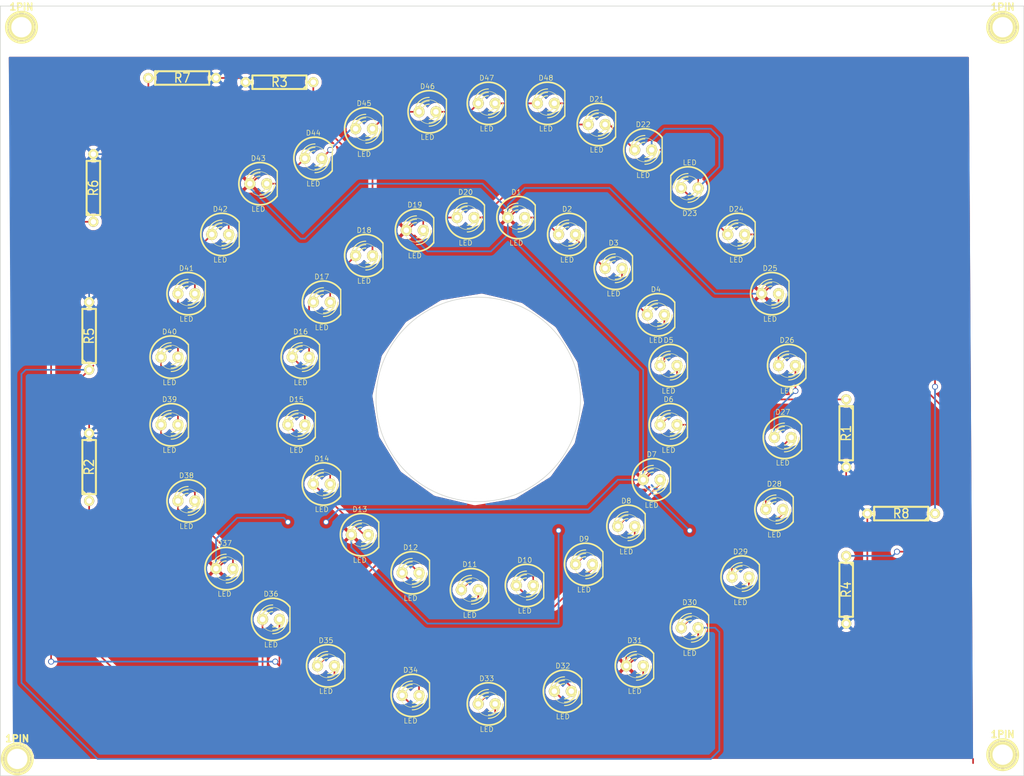
<source format=kicad_pcb>
(kicad_pcb (version 3) (host pcbnew "(2013-07-07 BZR 4022)-stable")
  (layers (15 F.Cu signal) (0 B.Cu signal) (18 B.Paste user hide) (19 F.Paste user hide) (20 B.SilkS user hide) (21 F.SilkS user) (22 B.Mask user hide) (23 F.Mask user hide) (28 Edge.Cuts user))
  (net 0 "")
  (net 1 GND)
  (net 2 N-000001)
  (net 3 N-0000010)
  (net 4 N-0000011)
  (net 5 N-0000012)
  (net 6 N-0000013)
  (net 7 N-0000014)
  (net 8 N-0000015)
  (net 9 N-0000016)
  (net 10 N-0000017)
  (net 11 N-0000018)
  (net 12 N-0000019)
  (net 13 N-000002)
  (net 14 N-0000020)
  (net 15 N-0000021)
  (net 16 N-0000023)
  (net 17 N-0000024)
  (net 18 N-0000026)
  (net 19 N-0000027)
  (net 20 N-0000028)
  (net 21 N-0000029)
  (net 22 N-000003)
  (net 23 N-0000030)
  (net 24 N-0000031)
  (net 25 N-0000032)
  (net 26 N-0000033)
  (net 27 N-0000034)
  (net 28 N-0000035)
  (net 29 N-0000036)
  (net 30 N-0000037)
  (net 31 N-0000038)
  (net 32 N-0000039)
  (net 33 N-000004)
  (net 34 N-0000040)
  (net 35 N-0000041)
  (net 36 N-0000042)
  (net 37 N-0000043)
  (net 38 N-0000044)
  (net 39 N-0000045)
  (net 40 N-0000046)
  (net 41 N-0000047)
  (net 42 N-0000048)
  (net 43 N-0000049)
  (net 44 N-000005)
  (net 45 N-0000050)
  (net 46 N-000006)
  (net 47 N-000007)
  (net 48 N-000008)
  (net 49 N-000009)
  (net 50 VCC)
  (module 1pin (layer F.Cu) (at 135.255 222.25)
    (fp_text reference 1PIN (at 0 -3.048) (layer F.SilkS) (effects (font (size 1.016 1.016) (thickness 0.254))))
    (fp_text value P*** hide)
    (pad 1 thru_hole circle (at 0 0) (size 4.064 4.064) (drill 3.048) (layers *.Cu *.Mask F.SilkS))
  )
  (module R4 (layer F.Cu) (at 267.97 185.42 180)
    (fp_text reference R8 (at 0 0 180) (layer F.SilkS) (effects (font (size 1.397 1.27) (thickness 0.2032))))
    (fp_text value 27 hide)
    (pad 1 thru_hole circle (at -5.08 0 180) (size 1.524 1.524) (drill 0.8128) (layers *.Cu *.Mask F.SilkS) (net 16 N-0000023))
    (pad 2 thru_hole circle (at 5.08 0 180) (size 1.524 1.524) (drill 0.8128) (layers *.Cu *.Mask F.SilkS) (net 1 GND))
  )
  (module R4 (layer F.Cu) (at 160.02 120.015)
    (fp_text reference R7 (at 0 0) (layer F.SilkS) (effects (font (size 1.397 1.27) (thickness 0.2032))))
    (fp_text value 27 hide)
    (pad 1 thru_hole circle (at -5.08 0) (size 1.524 1.524) (drill 0.8128) (layers *.Cu *.Mask F.SilkS) (net 15 N-0000021))
    (pad 2 thru_hole circle (at 5.08 0) (size 1.524 1.524) (drill 0.8128) (layers *.Cu *.Mask F.SilkS) (net 1 GND))
  )
  (module R4 (layer F.Cu) (at 146.685 136.525 90)
    (fp_text reference R6 (at 0 0 90) (layer F.SilkS) (effects (font (size 1.397 1.27) (thickness 0.2032))))
    (fp_text value 27 hide)
    (pad 1 thru_hole circle (at -5.08 0 90) (size 1.524 1.524) (drill 0.8128) (layers *.Cu *.Mask F.SilkS) (net 14 N-0000020))
    (pad 2 thru_hole circle (at 5.08 0 90) (size 1.524 1.524) (drill 0.8128) (layers *.Cu *.Mask F.SilkS) (net 1 GND))
  )
  (module R4 (layer F.Cu) (at 146.05 158.75 90)
    (fp_text reference R5 (at 0 0 90) (layer F.SilkS) (effects (font (size 1.397 1.27) (thickness 0.2032))))
    (fp_text value 27 hide)
    (pad 1 thru_hole circle (at -5.08 0 90) (size 1.524 1.524) (drill 0.8128) (layers *.Cu *.Mask F.SilkS) (net 12 N-0000019))
    (pad 2 thru_hole circle (at 5.08 0 90) (size 1.524 1.524) (drill 0.8128) (layers *.Cu *.Mask F.SilkS) (net 1 GND))
  )
  (module R4 (layer F.Cu) (at 259.715 196.85 270)
    (fp_text reference R4 (at 0 0 270) (layer F.SilkS) (effects (font (size 1.397 1.27) (thickness 0.2032))))
    (fp_text value 27 hide)
    (pad 1 thru_hole circle (at -5.08 0 270) (size 1.524 1.524) (drill 0.8128) (layers *.Cu *.Mask F.SilkS) (net 11 N-0000018))
    (pad 2 thru_hole circle (at 5.08 0 270) (size 1.524 1.524) (drill 0.8128) (layers *.Cu *.Mask F.SilkS) (net 1 GND))
  )
  (module R4 (layer F.Cu) (at 174.625 120.65 180)
    (fp_text reference R3 (at 0 0 180) (layer F.SilkS) (effects (font (size 1.397 1.27) (thickness 0.2032))))
    (fp_text value 27 hide)
    (pad 1 thru_hole circle (at -5.08 0 180) (size 1.524 1.524) (drill 0.8128) (layers *.Cu *.Mask F.SilkS) (net 10 N-0000017))
    (pad 2 thru_hole circle (at 5.08 0 180) (size 1.524 1.524) (drill 0.8128) (layers *.Cu *.Mask F.SilkS) (net 1 GND))
  )
  (module R4 (layer F.Cu) (at 146.05 178.435 90)
    (fp_text reference R2 (at 0 0 90) (layer F.SilkS) (effects (font (size 1.397 1.27) (thickness 0.2032))))
    (fp_text value 27 hide)
    (pad 1 thru_hole circle (at -5.08 0 90) (size 1.524 1.524) (drill 0.8128) (layers *.Cu *.Mask F.SilkS) (net 18 N-0000026))
    (pad 2 thru_hole circle (at 5.08 0 90) (size 1.524 1.524) (drill 0.8128) (layers *.Cu *.Mask F.SilkS) (net 1 GND))
  )
  (module R4 (layer F.Cu) (at 259.715 173.355 270)
    (fp_text reference R1 (at 0 0 270) (layer F.SilkS) (effects (font (size 1.397 1.27) (thickness 0.2032))))
    (fp_text value 27 hide)
    (pad 1 thru_hole circle (at -5.08 0 270) (size 1.524 1.524) (drill 0.8128) (layers *.Cu *.Mask F.SilkS) (net 19 N-0000027))
    (pad 2 thru_hole circle (at 5.08 0 270) (size 1.524 1.524) (drill 0.8128) (layers *.Cu *.Mask F.SilkS) (net 1 GND))
  )
  (module LED-5MM (layer F.Cu) (at 236.22 202.565)
    (fp_text reference D30 (at 0 -3.81) (layer F.SilkS) (effects (font (size 0.762 0.762) (thickness 0.0889))))
    (fp_text value LED (at 0 3.81) (layer F.SilkS) (effects (font (size 0.762 0.762) (thickness 0.0889))))
    (pad 1 thru_hole circle (at -1.27 0) (size 1.6764 1.6764) (drill 0.8128) (layers *.Cu *.Mask F.SilkS) (net 32 N-0000039))
    (pad 2 thru_hole circle (at 1.27 0) (size 1.6764 1.6764) (drill 0.8128) (layers *.Cu *.Mask F.SilkS) (net 12 N-0000019))
  )
  (module LED-5MM (layer F.Cu) (at 158.115 172.085)
    (fp_text reference D39 (at 0 -3.81) (layer F.SilkS) (effects (font (size 0.762 0.762) (thickness 0.0889))))
    (fp_text value LED (at 0 3.81) (layer F.SilkS) (effects (font (size 0.762 0.762) (thickness 0.0889))))
    (pad 1 thru_hole circle (at -1.27 0) (size 1.6764 1.6764) (drill 0.8128) (layers *.Cu *.Mask F.SilkS) (net 36 N-0000042))
    (pad 2 thru_hole circle (at 1.27 0) (size 1.6764 1.6764) (drill 0.8128) (layers *.Cu *.Mask F.SilkS) (net 37 N-0000043))
  )
  (module LED-5MM (layer F.Cu) (at 205.74 213.995)
    (fp_text reference D33 (at 0 -3.81) (layer F.SilkS) (effects (font (size 0.762 0.762) (thickness 0.0889))))
    (fp_text value LED (at 0 3.81) (layer F.SilkS) (effects (font (size 0.762 0.762) (thickness 0.0889))))
    (pad 1 thru_hole circle (at -1.27 0) (size 1.6764 1.6764) (drill 0.8128) (layers *.Cu *.Mask F.SilkS) (net 20 N-0000028))
    (pad 2 thru_hole circle (at 1.27 0) (size 1.6764 1.6764) (drill 0.8128) (layers *.Cu *.Mask F.SilkS) (net 34 N-0000040))
  )
  (module LED-5MM (layer F.Cu) (at 179.705 132.08)
    (fp_text reference D44 (at 0 -3.81) (layer F.SilkS) (effects (font (size 0.762 0.762) (thickness 0.0889))))
    (fp_text value LED (at 0 3.81) (layer F.SilkS) (effects (font (size 0.762 0.762) (thickness 0.0889))))
    (pad 1 thru_hole circle (at -1.27 0) (size 1.6764 1.6764) (drill 0.8128) (layers *.Cu *.Mask F.SilkS) (net 48 N-000008))
    (pad 2 thru_hole circle (at 1.27 0) (size 1.6764 1.6764) (drill 0.8128) (layers *.Cu *.Mask F.SilkS) (net 38 N-0000044))
  )
  (module LED-5MM (layer F.Cu) (at 160.655 183.515)
    (fp_text reference D38 (at 0 -3.81) (layer F.SilkS) (effects (font (size 0.762 0.762) (thickness 0.0889))))
    (fp_text value LED (at 0 3.81) (layer F.SilkS) (effects (font (size 0.762 0.762) (thickness 0.0889))))
    (pad 1 thru_hole circle (at -1.27 0) (size 1.6764 1.6764) (drill 0.8128) (layers *.Cu *.Mask F.SilkS) (net 47 N-000007))
    (pad 2 thru_hole circle (at 1.27 0) (size 1.6764 1.6764) (drill 0.8128) (layers *.Cu *.Mask F.SilkS) (net 36 N-0000042))
  )
  (module LED-5MM (layer F.Cu) (at 217.17 212.09)
    (fp_text reference D32 (at 0 -3.81) (layer F.SilkS) (effects (font (size 0.762 0.762) (thickness 0.0889))))
    (fp_text value LED (at 0 3.81) (layer F.SilkS) (effects (font (size 0.762 0.762) (thickness 0.0889))))
    (pad 1 thru_hole circle (at -1.27 0) (size 1.6764 1.6764) (drill 0.8128) (layers *.Cu *.Mask F.SilkS) (net 46 N-000006))
    (pad 2 thru_hole circle (at 1.27 0) (size 1.6764 1.6764) (drill 0.8128) (layers *.Cu *.Mask F.SilkS) (net 20 N-0000028))
  )
  (module LED-5MM (layer F.Cu) (at 171.45 135.89)
    (fp_text reference D43 (at 0 -3.81) (layer F.SilkS) (effects (font (size 0.762 0.762) (thickness 0.0889))))
    (fp_text value LED (at 0 3.81) (layer F.SilkS) (effects (font (size 0.762 0.762) (thickness 0.0889))))
    (pad 1 thru_hole circle (at -1.27 0) (size 1.6764 1.6764) (drill 0.8128) (layers *.Cu *.Mask F.SilkS) (net 50 VCC))
    (pad 2 thru_hole circle (at 1.27 0) (size 1.6764 1.6764) (drill 0.8128) (layers *.Cu *.Mask F.SilkS) (net 48 N-000008))
  )
  (module LED-5MM (layer F.Cu) (at 166.37 193.675)
    (fp_text reference D37 (at 0 -3.81) (layer F.SilkS) (effects (font (size 0.762 0.762) (thickness 0.0889))))
    (fp_text value LED (at 0 3.81) (layer F.SilkS) (effects (font (size 0.762 0.762) (thickness 0.0889))))
    (pad 1 thru_hole circle (at -1.27 0) (size 1.6764 1.6764) (drill 0.8128) (layers *.Cu *.Mask F.SilkS) (net 50 VCC))
    (pad 2 thru_hole circle (at 1.27 0) (size 1.6764 1.6764) (drill 0.8128) (layers *.Cu *.Mask F.SilkS) (net 47 N-000007))
  )
  (module LED-5MM (layer F.Cu) (at 227.965 208.28)
    (fp_text reference D31 (at 0 -3.81) (layer F.SilkS) (effects (font (size 0.762 0.762) (thickness 0.0889))))
    (fp_text value LED (at 0 3.81) (layer F.SilkS) (effects (font (size 0.762 0.762) (thickness 0.0889))))
    (pad 1 thru_hole circle (at -1.27 0) (size 1.6764 1.6764) (drill 0.8128) (layers *.Cu *.Mask F.SilkS) (net 50 VCC))
    (pad 2 thru_hole circle (at 1.27 0) (size 1.6764 1.6764) (drill 0.8128) (layers *.Cu *.Mask F.SilkS) (net 46 N-000006))
  )
  (module LED-5MM (layer F.Cu) (at 205.74 123.825)
    (fp_text reference D47 (at 0 -3.81) (layer F.SilkS) (effects (font (size 0.762 0.762) (thickness 0.0889))))
    (fp_text value LED (at 0 3.81) (layer F.SilkS) (effects (font (size 0.762 0.762) (thickness 0.0889))))
    (pad 1 thru_hole circle (at -1.27 0) (size 1.6764 1.6764) (drill 0.8128) (layers *.Cu *.Mask F.SilkS) (net 40 N-0000046))
    (pad 2 thru_hole circle (at 1.27 0) (size 1.6764 1.6764) (drill 0.8128) (layers *.Cu *.Mask F.SilkS) (net 45 N-0000050))
  )
  (module LED-5MM (layer F.Cu) (at 187.325 127.635)
    (fp_text reference D45 (at 0 -3.81) (layer F.SilkS) (effects (font (size 0.762 0.762) (thickness 0.0889))))
    (fp_text value LED (at 0 3.81) (layer F.SilkS) (effects (font (size 0.762 0.762) (thickness 0.0889))))
    (pad 1 thru_hole circle (at -1.27 0) (size 1.6764 1.6764) (drill 0.8128) (layers *.Cu *.Mask F.SilkS) (net 38 N-0000044))
    (pad 2 thru_hole circle (at 1.27 0) (size 1.6764 1.6764) (drill 0.8128) (layers *.Cu *.Mask F.SilkS) (net 39 N-0000045))
  )
  (module LED-5MM (layer F.Cu) (at 194.31 212.725)
    (fp_text reference D34 (at 0 -3.81) (layer F.SilkS) (effects (font (size 0.762 0.762) (thickness 0.0889))))
    (fp_text value LED (at 0 3.81) (layer F.SilkS) (effects (font (size 0.762 0.762) (thickness 0.0889))))
    (pad 1 thru_hole circle (at -1.27 0) (size 1.6764 1.6764) (drill 0.8128) (layers *.Cu *.Mask F.SilkS) (net 34 N-0000040))
    (pad 2 thru_hole circle (at 1.27 0) (size 1.6764 1.6764) (drill 0.8128) (layers *.Cu *.Mask F.SilkS) (net 35 N-0000041))
  )
  (module LED-5MM (layer F.Cu) (at 158.115 161.925)
    (fp_text reference D40 (at 0 -3.81) (layer F.SilkS) (effects (font (size 0.762 0.762) (thickness 0.0889))))
    (fp_text value LED (at 0 3.81) (layer F.SilkS) (effects (font (size 0.762 0.762) (thickness 0.0889))))
    (pad 1 thru_hole circle (at -1.27 0) (size 1.6764 1.6764) (drill 0.8128) (layers *.Cu *.Mask F.SilkS) (net 37 N-0000043))
    (pad 2 thru_hole circle (at 1.27 0) (size 1.6764 1.6764) (drill 0.8128) (layers *.Cu *.Mask F.SilkS) (net 41 N-0000047))
  )
  (module LED-5MM (layer F.Cu) (at 196.85 125.095)
    (fp_text reference D46 (at 0 -3.81) (layer F.SilkS) (effects (font (size 0.762 0.762) (thickness 0.0889))))
    (fp_text value LED (at 0 3.81) (layer F.SilkS) (effects (font (size 0.762 0.762) (thickness 0.0889))))
    (pad 1 thru_hole circle (at -1.27 0) (size 1.6764 1.6764) (drill 0.8128) (layers *.Cu *.Mask F.SilkS) (net 39 N-0000045))
    (pad 2 thru_hole circle (at 1.27 0) (size 1.6764 1.6764) (drill 0.8128) (layers *.Cu *.Mask F.SilkS) (net 40 N-0000046))
  )
  (module LED-5MM (layer F.Cu) (at 243.84 194.945)
    (fp_text reference D29 (at 0 -3.81) (layer F.SilkS) (effects (font (size 0.762 0.762) (thickness 0.0889))))
    (fp_text value LED (at 0 3.81) (layer F.SilkS) (effects (font (size 0.762 0.762) (thickness 0.0889))))
    (pad 1 thru_hole circle (at -1.27 0) (size 1.6764 1.6764) (drill 0.8128) (layers *.Cu *.Mask F.SilkS) (net 31 N-0000038))
    (pad 2 thru_hole circle (at 1.27 0) (size 1.6764 1.6764) (drill 0.8128) (layers *.Cu *.Mask F.SilkS) (net 32 N-0000039))
  )
  (module LED-5MM (layer F.Cu) (at 160.655 152.4)
    (fp_text reference D41 (at 0 -3.81) (layer F.SilkS) (effects (font (size 0.762 0.762) (thickness 0.0889))))
    (fp_text value LED (at 0 3.81) (layer F.SilkS) (effects (font (size 0.762 0.762) (thickness 0.0889))))
    (pad 1 thru_hole circle (at -1.27 0) (size 1.6764 1.6764) (drill 0.8128) (layers *.Cu *.Mask F.SilkS) (net 41 N-0000047))
    (pad 2 thru_hole circle (at 1.27 0) (size 1.6764 1.6764) (drill 0.8128) (layers *.Cu *.Mask F.SilkS) (net 43 N-0000049))
  )
  (module LED-5MM (layer F.Cu) (at 181.61 208.28)
    (fp_text reference D35 (at 0 -3.81) (layer F.SilkS) (effects (font (size 0.762 0.762) (thickness 0.0889))))
    (fp_text value LED (at 0 3.81) (layer F.SilkS) (effects (font (size 0.762 0.762) (thickness 0.0889))))
    (pad 1 thru_hole circle (at -1.27 0) (size 1.6764 1.6764) (drill 0.8128) (layers *.Cu *.Mask F.SilkS) (net 35 N-0000041))
    (pad 2 thru_hole circle (at 1.27 0) (size 1.6764 1.6764) (drill 0.8128) (layers *.Cu *.Mask F.SilkS) (net 42 N-0000048))
  )
  (module LED-5MM (layer F.Cu) (at 173.355 201.295)
    (fp_text reference D36 (at 0 -3.81) (layer F.SilkS) (effects (font (size 0.762 0.762) (thickness 0.0889))))
    (fp_text value LED (at 0 3.81) (layer F.SilkS) (effects (font (size 0.762 0.762) (thickness 0.0889))))
    (pad 1 thru_hole circle (at -1.27 0) (size 1.6764 1.6764) (drill 0.8128) (layers *.Cu *.Mask F.SilkS) (net 42 N-0000048))
    (pad 2 thru_hole circle (at 1.27 0) (size 1.6764 1.6764) (drill 0.8128) (layers *.Cu *.Mask F.SilkS) (net 14 N-0000020))
  )
  (module LED-5MM (layer F.Cu) (at 165.735 143.51)
    (fp_text reference D42 (at 0 -3.81) (layer F.SilkS) (effects (font (size 0.762 0.762) (thickness 0.0889))))
    (fp_text value LED (at 0 3.81) (layer F.SilkS) (effects (font (size 0.762 0.762) (thickness 0.0889))))
    (pad 1 thru_hole circle (at -1.27 0) (size 1.6764 1.6764) (drill 0.8128) (layers *.Cu *.Mask F.SilkS) (net 43 N-0000049))
    (pad 2 thru_hole circle (at 1.27 0) (size 1.6764 1.6764) (drill 0.8128) (layers *.Cu *.Mask F.SilkS) (net 15 N-0000021))
  )
  (module LED-5MM (layer F.Cu) (at 214.63 123.825)
    (fp_text reference D48 (at 0 -3.81) (layer F.SilkS) (effects (font (size 0.762 0.762) (thickness 0.0889))))
    (fp_text value LED (at 0 3.81) (layer F.SilkS) (effects (font (size 0.762 0.762) (thickness 0.0889))))
    (pad 1 thru_hole circle (at -1.27 0) (size 1.6764 1.6764) (drill 0.8128) (layers *.Cu *.Mask F.SilkS) (net 45 N-0000050))
    (pad 2 thru_hole circle (at 1.27 0) (size 1.6764 1.6764) (drill 0.8128) (layers *.Cu *.Mask F.SilkS) (net 16 N-0000023))
  )
  (module LED-5MM (layer F.Cu) (at 177.165 172.085)
    (fp_text reference D15 (at 0 -3.81) (layer F.SilkS) (effects (font (size 0.762 0.762) (thickness 0.0889))))
    (fp_text value LED (at 0 3.81) (layer F.SilkS) (effects (font (size 0.762 0.762) (thickness 0.0889))))
    (pad 1 thru_hole circle (at -1.27 0) (size 1.6764 1.6764) (drill 0.8128) (layers *.Cu *.Mask F.SilkS) (net 17 N-0000024))
    (pad 2 thru_hole circle (at 1.27 0) (size 1.6764 1.6764) (drill 0.8128) (layers *.Cu *.Mask F.SilkS) (net 21 N-0000029))
  )
  (module LED-5MM (layer F.Cu) (at 217.805 143.51)
    (fp_text reference D2 (at 0 -3.81) (layer F.SilkS) (effects (font (size 0.762 0.762) (thickness 0.0889))))
    (fp_text value LED (at 0 3.81) (layer F.SilkS) (effects (font (size 0.762 0.762) (thickness 0.0889))))
    (pad 1 thru_hole circle (at -1.27 0) (size 1.6764 1.6764) (drill 0.8128) (layers *.Cu *.Mask F.SilkS) (net 13 N-000002))
    (pad 2 thru_hole circle (at 1.27 0) (size 1.6764 1.6764) (drill 0.8128) (layers *.Cu *.Mask F.SilkS) (net 49 N-000009))
  )
  (module LED-5MM (layer F.Cu) (at 224.79 148.59)
    (fp_text reference D3 (at 0 -3.81) (layer F.SilkS) (effects (font (size 0.762 0.762) (thickness 0.0889))))
    (fp_text value LED (at 0 3.81) (layer F.SilkS) (effects (font (size 0.762 0.762) (thickness 0.0889))))
    (pad 1 thru_hole circle (at -1.27 0) (size 1.6764 1.6764) (drill 0.8128) (layers *.Cu *.Mask F.SilkS) (net 49 N-000009))
    (pad 2 thru_hole circle (at 1.27 0) (size 1.6764 1.6764) (drill 0.8128) (layers *.Cu *.Mask F.SilkS) (net 3 N-0000010))
  )
  (module LED-5MM (layer F.Cu) (at 231.14 155.575)
    (fp_text reference D4 (at 0 -3.81) (layer F.SilkS) (effects (font (size 0.762 0.762) (thickness 0.0889))))
    (fp_text value LED (at 0 3.81) (layer F.SilkS) (effects (font (size 0.762 0.762) (thickness 0.0889))))
    (pad 1 thru_hole circle (at -1.27 0) (size 1.6764 1.6764) (drill 0.8128) (layers *.Cu *.Mask F.SilkS) (net 3 N-0000010))
    (pad 2 thru_hole circle (at 1.27 0) (size 1.6764 1.6764) (drill 0.8128) (layers *.Cu *.Mask F.SilkS) (net 4 N-0000011))
  )
  (module LED-5MM (layer F.Cu) (at 233.045 163.195)
    (fp_text reference D5 (at 0 -3.81) (layer F.SilkS) (effects (font (size 0.762 0.762) (thickness 0.0889))))
    (fp_text value LED (at 0 3.81) (layer F.SilkS) (effects (font (size 0.762 0.762) (thickness 0.0889))))
    (pad 1 thru_hole circle (at -1.27 0) (size 1.6764 1.6764) (drill 0.8128) (layers *.Cu *.Mask F.SilkS) (net 4 N-0000011))
    (pad 2 thru_hole circle (at 1.27 0) (size 1.6764 1.6764) (drill 0.8128) (layers *.Cu *.Mask F.SilkS) (net 5 N-0000012))
  )
  (module LED-5MM (layer F.Cu) (at 233.045 172.085)
    (fp_text reference D6 (at 0 -3.81) (layer F.SilkS) (effects (font (size 0.762 0.762) (thickness 0.0889))))
    (fp_text value LED (at 0 3.81) (layer F.SilkS) (effects (font (size 0.762 0.762) (thickness 0.0889))))
    (pad 1 thru_hole circle (at -1.27 0) (size 1.6764 1.6764) (drill 0.8128) (layers *.Cu *.Mask F.SilkS) (net 5 N-0000012))
    (pad 2 thru_hole circle (at 1.27 0) (size 1.6764 1.6764) (drill 0.8128) (layers *.Cu *.Mask F.SilkS) (net 19 N-0000027))
  )
  (module LED-5MM (layer F.Cu) (at 230.505 180.34)
    (fp_text reference D7 (at 0 -3.81) (layer F.SilkS) (effects (font (size 0.762 0.762) (thickness 0.0889))))
    (fp_text value LED (at 0 3.81) (layer F.SilkS) (effects (font (size 0.762 0.762) (thickness 0.0889))))
    (pad 1 thru_hole circle (at -1.27 0) (size 1.6764 1.6764) (drill 0.8128) (layers *.Cu *.Mask F.SilkS) (net 50 VCC))
    (pad 2 thru_hole circle (at 1.27 0) (size 1.6764 1.6764) (drill 0.8128) (layers *.Cu *.Mask F.SilkS) (net 22 N-000003))
  )
  (module LED-5MM (layer F.Cu) (at 226.695 187.325)
    (fp_text reference D8 (at 0 -3.81) (layer F.SilkS) (effects (font (size 0.762 0.762) (thickness 0.0889))))
    (fp_text value LED (at 0 3.81) (layer F.SilkS) (effects (font (size 0.762 0.762) (thickness 0.0889))))
    (pad 1 thru_hole circle (at -1.27 0) (size 1.6764 1.6764) (drill 0.8128) (layers *.Cu *.Mask F.SilkS) (net 22 N-000003))
    (pad 2 thru_hole circle (at 1.27 0) (size 1.6764 1.6764) (drill 0.8128) (layers *.Cu *.Mask F.SilkS) (net 6 N-0000013))
  )
  (module LED-5MM (layer F.Cu) (at 220.345 193.04)
    (fp_text reference D9 (at 0 -3.81) (layer F.SilkS) (effects (font (size 0.762 0.762) (thickness 0.0889))))
    (fp_text value LED (at 0 3.81) (layer F.SilkS) (effects (font (size 0.762 0.762) (thickness 0.0889))))
    (pad 1 thru_hole circle (at -1.27 0) (size 1.6764 1.6764) (drill 0.8128) (layers *.Cu *.Mask F.SilkS) (net 6 N-0000013))
    (pad 2 thru_hole circle (at 1.27 0) (size 1.6764 1.6764) (drill 0.8128) (layers *.Cu *.Mask F.SilkS) (net 7 N-0000014))
  )
  (module LED-5MM (layer F.Cu) (at 211.455 196.215)
    (fp_text reference D10 (at 0 -3.81) (layer F.SilkS) (effects (font (size 0.762 0.762) (thickness 0.0889))))
    (fp_text value LED (at 0 3.81) (layer F.SilkS) (effects (font (size 0.762 0.762) (thickness 0.0889))))
    (pad 1 thru_hole circle (at -1.27 0) (size 1.6764 1.6764) (drill 0.8128) (layers *.Cu *.Mask F.SilkS) (net 7 N-0000014))
    (pad 2 thru_hole circle (at 1.27 0) (size 1.6764 1.6764) (drill 0.8128) (layers *.Cu *.Mask F.SilkS) (net 8 N-0000015))
  )
  (module LED-5MM (layer F.Cu) (at 203.2 196.85)
    (fp_text reference D11 (at 0 -3.81) (layer F.SilkS) (effects (font (size 0.762 0.762) (thickness 0.0889))))
    (fp_text value LED (at 0 3.81) (layer F.SilkS) (effects (font (size 0.762 0.762) (thickness 0.0889))))
    (pad 1 thru_hole circle (at -1.27 0) (size 1.6764 1.6764) (drill 0.8128) (layers *.Cu *.Mask F.SilkS) (net 8 N-0000015))
    (pad 2 thru_hole circle (at 1.27 0) (size 1.6764 1.6764) (drill 0.8128) (layers *.Cu *.Mask F.SilkS) (net 9 N-0000016))
  )
  (module LED-5MM (layer F.Cu) (at 194.31 194.31)
    (fp_text reference D12 (at 0 -3.81) (layer F.SilkS) (effects (font (size 0.762 0.762) (thickness 0.0889))))
    (fp_text value LED (at 0 3.81) (layer F.SilkS) (effects (font (size 0.762 0.762) (thickness 0.0889))))
    (pad 1 thru_hole circle (at -1.27 0) (size 1.6764 1.6764) (drill 0.8128) (layers *.Cu *.Mask F.SilkS) (net 9 N-0000016))
    (pad 2 thru_hole circle (at 1.27 0) (size 1.6764 1.6764) (drill 0.8128) (layers *.Cu *.Mask F.SilkS) (net 18 N-0000026))
  )
  (module LED-5MM (layer F.Cu) (at 186.69 188.595)
    (fp_text reference D13 (at 0 -3.81) (layer F.SilkS) (effects (font (size 0.762 0.762) (thickness 0.0889))))
    (fp_text value LED (at 0 3.81) (layer F.SilkS) (effects (font (size 0.762 0.762) (thickness 0.0889))))
    (pad 1 thru_hole circle (at -1.27 0) (size 1.6764 1.6764) (drill 0.8128) (layers *.Cu *.Mask F.SilkS) (net 50 VCC))
    (pad 2 thru_hole circle (at 1.27 0) (size 1.6764 1.6764) (drill 0.8128) (layers *.Cu *.Mask F.SilkS) (net 33 N-000004))
  )
  (module LED-5MM (layer F.Cu) (at 180.975 180.975)
    (fp_text reference D14 (at 0 -3.81) (layer F.SilkS) (effects (font (size 0.762 0.762) (thickness 0.0889))))
    (fp_text value LED (at 0 3.81) (layer F.SilkS) (effects (font (size 0.762 0.762) (thickness 0.0889))))
    (pad 1 thru_hole circle (at -1.27 0) (size 1.6764 1.6764) (drill 0.8128) (layers *.Cu *.Mask F.SilkS) (net 33 N-000004))
    (pad 2 thru_hole circle (at 1.27 0) (size 1.6764 1.6764) (drill 0.8128) (layers *.Cu *.Mask F.SilkS) (net 17 N-0000024))
  )
  (module LED-5MM (layer F.Cu) (at 210.185 140.97)
    (fp_text reference D1 (at 0 -3.81) (layer F.SilkS) (effects (font (size 0.762 0.762) (thickness 0.0889))))
    (fp_text value LED (at 0 3.81) (layer F.SilkS) (effects (font (size 0.762 0.762) (thickness 0.0889))))
    (pad 1 thru_hole circle (at -1.27 0) (size 1.6764 1.6764) (drill 0.8128) (layers *.Cu *.Mask F.SilkS) (net 50 VCC))
    (pad 2 thru_hole circle (at 1.27 0) (size 1.6764 1.6764) (drill 0.8128) (layers *.Cu *.Mask F.SilkS) (net 13 N-000002))
  )
  (module LED-5MM (layer F.Cu) (at 177.8 161.925)
    (fp_text reference D16 (at 0 -3.81) (layer F.SilkS) (effects (font (size 0.762 0.762) (thickness 0.0889))))
    (fp_text value LED (at 0 3.81) (layer F.SilkS) (effects (font (size 0.762 0.762) (thickness 0.0889))))
    (pad 1 thru_hole circle (at -1.27 0) (size 1.6764 1.6764) (drill 0.8128) (layers *.Cu *.Mask F.SilkS) (net 21 N-0000029))
    (pad 2 thru_hole circle (at 1.27 0) (size 1.6764 1.6764) (drill 0.8128) (layers *.Cu *.Mask F.SilkS) (net 23 N-0000030))
  )
  (module LED-5MM (layer F.Cu) (at 180.975 153.67)
    (fp_text reference D17 (at 0 -3.81) (layer F.SilkS) (effects (font (size 0.762 0.762) (thickness 0.0889))))
    (fp_text value LED (at 0 3.81) (layer F.SilkS) (effects (font (size 0.762 0.762) (thickness 0.0889))))
    (pad 1 thru_hole circle (at -1.27 0) (size 1.6764 1.6764) (drill 0.8128) (layers *.Cu *.Mask F.SilkS) (net 23 N-0000030))
    (pad 2 thru_hole circle (at 1.27 0) (size 1.6764 1.6764) (drill 0.8128) (layers *.Cu *.Mask F.SilkS) (net 24 N-0000031))
  )
  (module LED-5MM (layer F.Cu) (at 187.325 146.685)
    (fp_text reference D18 (at 0 -3.81) (layer F.SilkS) (effects (font (size 0.762 0.762) (thickness 0.0889))))
    (fp_text value LED (at 0 3.81) (layer F.SilkS) (effects (font (size 0.762 0.762) (thickness 0.0889))))
    (pad 1 thru_hole circle (at -1.27 0) (size 1.6764 1.6764) (drill 0.8128) (layers *.Cu *.Mask F.SilkS) (net 24 N-0000031))
    (pad 2 thru_hole circle (at 1.27 0) (size 1.6764 1.6764) (drill 0.8128) (layers *.Cu *.Mask F.SilkS) (net 10 N-0000017))
  )
  (module LED-5MM (layer F.Cu) (at 194.945 142.875)
    (fp_text reference D19 (at 0 -3.81) (layer F.SilkS) (effects (font (size 0.762 0.762) (thickness 0.0889))))
    (fp_text value LED (at 0 3.81) (layer F.SilkS) (effects (font (size 0.762 0.762) (thickness 0.0889))))
    (pad 1 thru_hole circle (at -1.27 0) (size 1.6764 1.6764) (drill 0.8128) (layers *.Cu *.Mask F.SilkS) (net 50 VCC))
    (pad 2 thru_hole circle (at 1.27 0) (size 1.6764 1.6764) (drill 0.8128) (layers *.Cu *.Mask F.SilkS) (net 44 N-000005))
  )
  (module LED-5MM (layer F.Cu) (at 202.565 140.97)
    (fp_text reference D20 (at 0 -3.81) (layer F.SilkS) (effects (font (size 0.762 0.762) (thickness 0.0889))))
    (fp_text value LED (at 0 3.81) (layer F.SilkS) (effects (font (size 0.762 0.762) (thickness 0.0889))))
    (pad 1 thru_hole circle (at -1.27 0) (size 1.6764 1.6764) (drill 0.8128) (layers *.Cu *.Mask F.SilkS) (net 44 N-000005))
    (pad 2 thru_hole circle (at 1.27 0) (size 1.6764 1.6764) (drill 0.8128) (layers *.Cu *.Mask F.SilkS) (net 25 N-0000032))
  )
  (module LED-5MM (layer F.Cu) (at 222.25 127)
    (fp_text reference D21 (at 0 -3.81) (layer F.SilkS) (effects (font (size 0.762 0.762) (thickness 0.0889))))
    (fp_text value LED (at 0 3.81) (layer F.SilkS) (effects (font (size 0.762 0.762) (thickness 0.0889))))
    (pad 1 thru_hole circle (at -1.27 0) (size 1.6764 1.6764) (drill 0.8128) (layers *.Cu *.Mask F.SilkS) (net 25 N-0000032))
    (pad 2 thru_hole circle (at 1.27 0) (size 1.6764 1.6764) (drill 0.8128) (layers *.Cu *.Mask F.SilkS) (net 26 N-0000033))
  )
  (module LED-5MM (layer F.Cu) (at 229.235 130.81)
    (fp_text reference D22 (at 0 -3.81) (layer F.SilkS) (effects (font (size 0.762 0.762) (thickness 0.0889))))
    (fp_text value LED (at 0 3.81) (layer F.SilkS) (effects (font (size 0.762 0.762) (thickness 0.0889))))
    (pad 1 thru_hole circle (at -1.27 0) (size 1.6764 1.6764) (drill 0.8128) (layers *.Cu *.Mask F.SilkS) (net 26 N-0000033))
    (pad 2 thru_hole circle (at 1.27 0) (size 1.6764 1.6764) (drill 0.8128) (layers *.Cu *.Mask F.SilkS) (net 27 N-0000034))
  )
  (module LED-5MM (layer F.Cu) (at 243.205 143.51)
    (fp_text reference D24 (at 0 -3.81) (layer F.SilkS) (effects (font (size 0.762 0.762) (thickness 0.0889))))
    (fp_text value LED (at 0 3.81) (layer F.SilkS) (effects (font (size 0.762 0.762) (thickness 0.0889))))
    (pad 1 thru_hole circle (at -1.27 0) (size 1.6764 1.6764) (drill 0.8128) (layers *.Cu *.Mask F.SilkS) (net 28 N-0000035))
    (pad 2 thru_hole circle (at 1.27 0) (size 1.6764 1.6764) (drill 0.8128) (layers *.Cu *.Mask F.SilkS) (net 11 N-0000018))
  )
  (module LED-5MM (layer F.Cu) (at 236.22 136.525 180)
    (fp_text reference D23 (at 0 -3.81 180) (layer F.SilkS) (effects (font (size 0.762 0.762) (thickness 0.0889))))
    (fp_text value LED (at 0 3.81 180) (layer F.SilkS) (effects (font (size 0.762 0.762) (thickness 0.0889))))
    (pad 1 thru_hole circle (at -1.27 0 180) (size 1.6764 1.6764) (drill 0.8128) (layers *.Cu *.Mask F.SilkS) (net 27 N-0000034))
    (pad 2 thru_hole circle (at 1.27 0 180) (size 1.6764 1.6764) (drill 0.8128) (layers *.Cu *.Mask F.SilkS) (net 28 N-0000035))
  )
  (module LED-5MM (layer F.Cu) (at 248.285 152.4)
    (fp_text reference D25 (at 0 -3.81) (layer F.SilkS) (effects (font (size 0.762 0.762) (thickness 0.0889))))
    (fp_text value LED (at 0 3.81) (layer F.SilkS) (effects (font (size 0.762 0.762) (thickness 0.0889))))
    (pad 1 thru_hole circle (at -1.27 0) (size 1.6764 1.6764) (drill 0.8128) (layers *.Cu *.Mask F.SilkS) (net 50 VCC))
    (pad 2 thru_hole circle (at 1.27 0) (size 1.6764 1.6764) (drill 0.8128) (layers *.Cu *.Mask F.SilkS) (net 2 N-000001))
  )
  (module LED-5MM (layer F.Cu) (at 250.19 173.99)
    (fp_text reference D27 (at 0 -3.81) (layer F.SilkS) (effects (font (size 0.762 0.762) (thickness 0.0889))))
    (fp_text value LED (at 0 3.81) (layer F.SilkS) (effects (font (size 0.762 0.762) (thickness 0.0889))))
    (pad 1 thru_hole circle (at -1.27 0) (size 1.6764 1.6764) (drill 0.8128) (layers *.Cu *.Mask F.SilkS) (net 29 N-0000036))
    (pad 2 thru_hole circle (at 1.27 0) (size 1.6764 1.6764) (drill 0.8128) (layers *.Cu *.Mask F.SilkS) (net 30 N-0000037))
  )
  (module LED-5MM (layer F.Cu) (at 250.825 163.195)
    (fp_text reference D26 (at 0 -3.81) (layer F.SilkS) (effects (font (size 0.762 0.762) (thickness 0.0889))))
    (fp_text value LED (at 0 3.81) (layer F.SilkS) (effects (font (size 0.762 0.762) (thickness 0.0889))))
    (pad 1 thru_hole circle (at -1.27 0) (size 1.6764 1.6764) (drill 0.8128) (layers *.Cu *.Mask F.SilkS) (net 2 N-000001))
    (pad 2 thru_hole circle (at 1.27 0) (size 1.6764 1.6764) (drill 0.8128) (layers *.Cu *.Mask F.SilkS) (net 29 N-0000036))
  )
  (module LED-5MM (layer F.Cu) (at 248.92 184.785)
    (fp_text reference D28 (at 0 -3.81) (layer F.SilkS) (effects (font (size 0.762 0.762) (thickness 0.0889))))
    (fp_text value LED (at 0 3.81) (layer F.SilkS) (effects (font (size 0.762 0.762) (thickness 0.0889))))
    (pad 1 thru_hole circle (at -1.27 0) (size 1.6764 1.6764) (drill 0.8128) (layers *.Cu *.Mask F.SilkS) (net 30 N-0000037))
    (pad 2 thru_hole circle (at 1.27 0) (size 1.6764 1.6764) (drill 0.8128) (layers *.Cu *.Mask F.SilkS) (net 31 N-0000038))
  )
  (module 1pin (layer F.Cu) (at 283.21 221.615)
    (fp_text reference 1PIN (at 0 -3.048) (layer F.SilkS) (effects (font (size 1.016 1.016) (thickness 0.254))))
    (fp_text value P*** hide)
    (pad 1 thru_hole circle (at 0 0) (size 4.064 4.064) (drill 3.048) (layers *.Cu *.Mask F.SilkS))
  )
  (module 1pin (layer F.Cu) (at 283.21 112.395)
    (fp_text reference 1PIN (at 0 -3.048) (layer F.SilkS) (effects (font (size 1.016 1.016) (thickness 0.254))))
    (fp_text value P*** hide)
    (pad 1 thru_hole circle (at 0 0) (size 4.064 4.064) (drill 3.048) (layers *.Cu *.Mask F.SilkS))
  )
  (module 1pin (layer F.Cu) (at 135.89 112.395)
    (fp_text reference 1PIN (at 0 -3.048) (layer F.SilkS) (effects (font (size 1.016 1.016) (thickness 0.254))))
    (fp_text value P*** hide)
    (pad 1 thru_hole circle (at 0 0) (size 4.064 4.064) (drill 3.048) (layers *.Cu *.Mask F.SilkS))
  )
  (gr_line (start 136.525 224.79) (end 135.89 224.79) (angle 90) (layer Edge.Cuts) (width 0.1))
  (gr_line (start 132.715 224.79) (end 136.525 224.79) (angle 90) (layer Edge.Cuts) (width 0.1))
  (gr_line (start 132.715 109.22) (end 132.715 224.79) (angle 90) (layer Edge.Cuts) (width 0.1))
  (gr_line (start 286.385 109.22) (end 132.715 109.22) (angle 90) (layer Edge.Cuts) (width 0.1))
  (gr_line (start 286.385 224.79) (end 286.385 109.22) (angle 90) (layer Edge.Cuts) (width 0.1))
  (gr_line (start 135.89 224.79) (end 286.385 224.79) (angle 90) (layer Edge.Cuts) (width 0.1))
  (gr_circle (center 204.47 168.275) (end 190.5 161.925) (layer Edge.Cuts) (width 0.1))
  (segment (start 146.05 153.67) (end 146.05 148.59) (width 0.254) (layer B.Cu) (net 1))
  (segment (start 139.7 138.43) (end 146.685 131.445) (width 0.254) (layer B.Cu) (net 1))
  (segment (start 139.7 142.24) (end 139.7 138.43) (width 0.254) (layer B.Cu) (net 1))
  (segment (start 146.05 148.59) (end 139.7 142.24) (width 0.254) (layer B.Cu) (net 1))
  (segment (start 146.05 173.355) (end 146.05 168.91) (width 0.254) (layer F.Cu) (net 1))
  (segment (start 152.4 137.16) (end 146.685 131.445) (width 0.254) (layer F.Cu) (net 1))
  (segment (start 152.4 162.56) (end 152.4 137.16) (width 0.254) (layer F.Cu) (net 1))
  (segment (start 146.05 168.91) (end 152.4 162.56) (width 0.254) (layer F.Cu) (net 1))
  (segment (start 165.1 120.015) (end 168.91 120.015) (width 0.254) (layer F.Cu) (net 1))
  (segment (start 168.91 120.015) (end 169.545 120.65) (width 0.254) (layer F.Cu) (net 1))
  (segment (start 146.685 131.445) (end 153.67 131.445) (width 0.254) (layer B.Cu) (net 1))
  (segment (start 153.67 131.445) (end 165.1 120.015) (width 0.254) (layer B.Cu) (net 1))
  (segment (start 146.05 173.355) (end 148.59 173.355) (width 0.254) (layer B.Cu) (net 1))
  (segment (start 256.54 181.61) (end 259.715 178.435) (width 0.254) (layer B.Cu) (net 1))
  (segment (start 256.54 187.325) (end 256.54 181.61) (width 0.254) (layer B.Cu) (net 1))
  (segment (start 254 189.865) (end 256.54 187.325) (width 0.254) (layer B.Cu) (net 1))
  (segment (start 234.95 189.865) (end 254 189.865) (width 0.254) (layer B.Cu) (net 1))
  (segment (start 220.345 204.47) (end 234.95 189.865) (width 0.254) (layer B.Cu) (net 1))
  (segment (start 195.58 204.47) (end 220.345 204.47) (width 0.254) (layer B.Cu) (net 1))
  (segment (start 169.545 178.435) (end 195.58 204.47) (width 0.254) (layer B.Cu) (net 1))
  (segment (start 153.67 178.435) (end 169.545 178.435) (width 0.254) (layer B.Cu) (net 1))
  (segment (start 148.59 173.355) (end 153.67 178.435) (width 0.254) (layer B.Cu) (net 1))
  (segment (start 259.715 201.93) (end 262.89 198.755) (width 0.254) (layer F.Cu) (net 1))
  (segment (start 262.89 198.755) (end 262.89 185.42) (width 0.254) (layer F.Cu) (net 1))
  (segment (start 259.715 178.435) (end 259.715 182.245) (width 0.254) (layer F.Cu) (net 1))
  (segment (start 259.715 182.245) (end 262.89 185.42) (width 0.254) (layer F.Cu) (net 1))
  (segment (start 249.555 152.4) (end 249.555 163.195) (width 0.254) (layer F.Cu) (net 2))
  (segment (start 226.06 148.59) (end 226.06 151.765) (width 0.254) (layer F.Cu) (net 3))
  (segment (start 226.06 151.765) (end 229.87 155.575) (width 0.254) (layer F.Cu) (net 3))
  (segment (start 232.41 155.575) (end 232.41 162.56) (width 0.254) (layer F.Cu) (net 4))
  (segment (start 232.41 162.56) (end 231.775 163.195) (width 0.254) (layer F.Cu) (net 4))
  (segment (start 234.315 169.545) (end 231.775 172.085) (width 0.254) (layer F.Cu) (net 5))
  (segment (start 234.315 163.195) (end 234.315 169.545) (width 0.254) (layer F.Cu) (net 5))
  (segment (start 227.965 187.325) (end 227.965 190.5) (width 0.254) (layer F.Cu) (net 6))
  (segment (start 222.25 189.865) (end 219.075 193.04) (width 0.254) (layer F.Cu) (net 6))
  (segment (start 227.33 189.865) (end 222.25 189.865) (width 0.254) (layer F.Cu) (net 6))
  (segment (start 227.965 190.5) (end 227.33 189.865) (width 0.254) (layer F.Cu) (net 6))
  (segment (start 221.615 193.04) (end 221.615 193.675) (width 0.254) (layer F.Cu) (net 7))
  (segment (start 213.36 199.39) (end 210.185 196.215) (width 0.254) (layer F.Cu) (net 7))
  (segment (start 215.9 199.39) (end 213.36 199.39) (width 0.254) (layer F.Cu) (net 7))
  (segment (start 221.615 193.675) (end 215.9 199.39) (width 0.254) (layer F.Cu) (net 7))
  (segment (start 212.725 196.215) (end 212.725 194.945) (width 0.254) (layer F.Cu) (net 8))
  (segment (start 205.74 193.04) (end 201.93 196.85) (width 0.254) (layer F.Cu) (net 8))
  (segment (start 210.82 193.04) (end 205.74 193.04) (width 0.254) (layer F.Cu) (net 8))
  (segment (start 212.725 194.945) (end 210.82 193.04) (width 0.254) (layer F.Cu) (net 8))
  (segment (start 198.12 199.39) (end 193.04 194.31) (width 0.254) (layer F.Cu) (net 9))
  (segment (start 203.2 199.39) (end 198.12 199.39) (width 0.254) (layer F.Cu) (net 9))
  (segment (start 204.47 198.12) (end 203.2 199.39) (width 0.254) (layer F.Cu) (net 9))
  (segment (start 204.47 196.85) (end 204.47 198.12) (width 0.254) (layer F.Cu) (net 9))
  (segment (start 188.595 146.685) (end 188.595 134.62) (width 0.254) (layer F.Cu) (net 10))
  (segment (start 179.705 125.73) (end 179.705 120.65) (width 0.254) (layer F.Cu) (net 10))
  (segment (start 188.595 134.62) (end 179.705 125.73) (width 0.254) (layer F.Cu) (net 10))
  (segment (start 244.475 143.51) (end 248.285 143.51) (width 0.254) (layer F.Cu) (net 11))
  (segment (start 266.7 191.77) (end 259.715 191.77) (width 0.254) (layer B.Cu) (net 11))
  (segment (start 267.335 191.135) (end 266.7 191.77) (width 0.254) (layer B.Cu) (net 11))
  (via (at 267.335 191.135) (size 0.889) (layers F.Cu B.Cu) (net 11))
  (segment (start 276.225 191.135) (end 267.335 191.135) (width 0.254) (layer F.Cu) (net 11))
  (segment (start 276.86 191.77) (end 276.225 191.135) (width 0.254) (layer F.Cu) (net 11))
  (segment (start 276.86 172.085) (end 276.86 191.77) (width 0.254) (layer F.Cu) (net 11))
  (segment (start 248.285 143.51) (end 276.86 172.085) (width 0.254) (layer F.Cu) (net 11))
  (segment (start 237.49 202.565) (end 240.03 202.565) (width 0.254) (layer B.Cu) (net 12))
  (segment (start 136.525 163.83) (end 146.05 163.83) (width 0.254) (layer B.Cu) (net 12))
  (segment (start 135.89 164.465) (end 136.525 163.83) (width 0.254) (layer B.Cu) (net 12))
  (segment (start 135.89 210.82) (end 135.89 164.465) (width 0.254) (layer B.Cu) (net 12))
  (segment (start 147.32 222.25) (end 135.89 210.82) (width 0.254) (layer B.Cu) (net 12))
  (segment (start 239.395 222.25) (end 147.32 222.25) (width 0.254) (layer B.Cu) (net 12))
  (segment (start 240.665 220.98) (end 239.395 222.25) (width 0.254) (layer B.Cu) (net 12))
  (segment (start 240.665 203.2) (end 240.665 220.98) (width 0.254) (layer B.Cu) (net 12))
  (segment (start 240.03 202.565) (end 240.665 203.2) (width 0.254) (layer B.Cu) (net 12))
  (segment (start 237.49 202.565) (end 237.49 210.185) (width 0.254) (layer F.Cu) (net 12))
  (segment (start 142.24 167.64) (end 146.685 163.195) (width 0.254) (layer F.Cu) (net 12))
  (segment (start 142.24 201.295) (end 142.24 167.64) (width 0.254) (layer F.Cu) (net 12))
  (segment (start 160.655 219.71) (end 142.24 201.295) (width 0.254) (layer F.Cu) (net 12))
  (segment (start 227.965 219.71) (end 160.655 219.71) (width 0.254) (layer F.Cu) (net 12))
  (segment (start 237.49 210.185) (end 227.965 219.71) (width 0.254) (layer F.Cu) (net 12))
  (segment (start 211.455 140.97) (end 213.995 140.97) (width 0.254) (layer F.Cu) (net 13))
  (segment (start 213.995 140.97) (end 216.535 143.51) (width 0.254) (layer F.Cu) (net 13))
  (segment (start 174.625 201.295) (end 174.625 208.28) (width 0.254) (layer F.Cu) (net 14))
  (segment (start 144.78 141.605) (end 146.685 141.605) (width 0.254) (layer F.Cu) (net 14))
  (segment (start 140.335 146.05) (end 144.78 141.605) (width 0.254) (layer F.Cu) (net 14))
  (segment (start 140.335 207.645) (end 140.335 146.05) (width 0.254) (layer F.Cu) (net 14))
  (via (at 140.335 207.645) (size 0.889) (layers F.Cu B.Cu) (net 14))
  (segment (start 173.99 207.645) (end 140.335 207.645) (width 0.254) (layer B.Cu) (net 14))
  (via (at 173.99 207.645) (size 0.889) (layers F.Cu B.Cu) (net 14))
  (segment (start 174.625 208.28) (end 173.99 207.645) (width 0.254) (layer F.Cu) (net 14))
  (segment (start 167.005 143.51) (end 167.005 136.525) (width 0.254) (layer F.Cu) (net 15))
  (segment (start 154.94 124.46) (end 154.94 120.015) (width 0.254) (layer F.Cu) (net 15))
  (segment (start 167.005 136.525) (end 154.94 124.46) (width 0.254) (layer F.Cu) (net 15))
  (segment (start 215.9 123.825) (end 264.16 123.825) (width 0.254) (layer F.Cu) (net 16))
  (segment (start 273.05 166.37) (end 273.05 185.42) (width 0.254) (layer B.Cu) (net 16))
  (via (at 273.05 166.37) (size 0.889) (layers F.Cu B.Cu) (net 16))
  (segment (start 273.05 132.715) (end 273.05 166.37) (width 0.254) (layer F.Cu) (net 16))
  (segment (start 264.16 123.825) (end 273.05 132.715) (width 0.254) (layer F.Cu) (net 16))
  (segment (start 182.245 180.975) (end 182.245 178.435) (width 0.254) (layer F.Cu) (net 17))
  (segment (start 182.245 178.435) (end 175.895 172.085) (width 0.254) (layer F.Cu) (net 17))
  (segment (start 146.05 183.515) (end 146.05 193.04) (width 0.254) (layer F.Cu) (net 18))
  (segment (start 191.77 190.5) (end 195.58 194.31) (width 0.254) (layer F.Cu) (net 18))
  (segment (start 184.15 198.12) (end 191.77 190.5) (width 0.254) (layer F.Cu) (net 18))
  (segment (start 151.13 198.12) (end 184.15 198.12) (width 0.254) (layer F.Cu) (net 18))
  (segment (start 146.05 193.04) (end 151.13 198.12) (width 0.254) (layer F.Cu) (net 18))
  (segment (start 234.315 172.085) (end 243.205 172.085) (width 0.254) (layer F.Cu) (net 19))
  (segment (start 247.015 168.275) (end 259.715 168.275) (width 0.254) (layer F.Cu) (net 19))
  (segment (start 243.205 172.085) (end 247.015 168.275) (width 0.254) (layer F.Cu) (net 19))
  (segment (start 218.44 212.09) (end 218.44 211.455) (width 0.254) (layer F.Cu) (net 20))
  (segment (start 210.185 208.28) (end 204.47 213.995) (width 0.254) (layer F.Cu) (net 20))
  (segment (start 215.265 208.28) (end 210.185 208.28) (width 0.254) (layer F.Cu) (net 20))
  (segment (start 218.44 211.455) (end 215.265 208.28) (width 0.254) (layer F.Cu) (net 20))
  (segment (start 178.435 172.085) (end 178.435 163.83) (width 0.254) (layer F.Cu) (net 21))
  (segment (start 178.435 163.83) (end 176.53 161.925) (width 0.254) (layer F.Cu) (net 21))
  (segment (start 231.775 180.34) (end 231.775 180.975) (width 0.254) (layer F.Cu) (net 22))
  (segment (start 231.775 180.975) (end 225.425 187.325) (width 0.254) (layer F.Cu) (net 22))
  (segment (start 179.07 161.925) (end 179.07 154.305) (width 0.254) (layer F.Cu) (net 23))
  (segment (start 179.07 154.305) (end 179.705 153.67) (width 0.254) (layer F.Cu) (net 23))
  (segment (start 182.245 153.67) (end 182.245 150.495) (width 0.254) (layer F.Cu) (net 24))
  (segment (start 182.245 150.495) (end 186.055 146.685) (width 0.254) (layer F.Cu) (net 24))
  (segment (start 203.835 140.97) (end 205.105 140.97) (width 0.254) (layer F.Cu) (net 25))
  (segment (start 219.075 127) (end 220.98 127) (width 0.254) (layer F.Cu) (net 25))
  (segment (start 205.105 140.97) (end 219.075 127) (width 0.254) (layer F.Cu) (net 25))
  (segment (start 223.52 127) (end 224.155 127) (width 0.254) (layer F.Cu) (net 26))
  (segment (start 224.155 127) (end 227.965 130.81) (width 0.254) (layer F.Cu) (net 26))
  (segment (start 230.505 130.81) (end 230.505 129.54) (width 0.254) (layer B.Cu) (net 27))
  (segment (start 240.665 133.35) (end 237.49 136.525) (width 0.254) (layer B.Cu) (net 27))
  (segment (start 240.665 128.905) (end 240.665 133.35) (width 0.254) (layer B.Cu) (net 27))
  (segment (start 239.395 127.635) (end 240.665 128.905) (width 0.254) (layer B.Cu) (net 27))
  (segment (start 232.41 127.635) (end 239.395 127.635) (width 0.254) (layer B.Cu) (net 27))
  (segment (start 230.505 129.54) (end 232.41 127.635) (width 0.254) (layer B.Cu) (net 27))
  (segment (start 237.49 136.525) (end 237.49 134.62) (width 0.254) (layer F.Cu) (net 27))
  (segment (start 233.68 130.81) (end 231.775 130.81) (width 0.254) (layer F.Cu) (net 27))
  (segment (start 237.49 134.62) (end 233.68 130.81) (width 0.254) (layer F.Cu) (net 27))
  (segment (start 234.95 136.525) (end 241.935 143.51) (width 0.254) (layer F.Cu) (net 28))
  (segment (start 252.095 163.195) (end 252.095 167.005) (width 0.254) (layer F.Cu) (net 29))
  (segment (start 248.92 170.18) (end 248.92 173.99) (width 0.254) (layer B.Cu) (net 29))
  (segment (start 252.095 167.005) (end 248.92 170.18) (width 0.254) (layer B.Cu) (net 29))
  (via (at 252.095 167.005) (size 0.889) (layers F.Cu B.Cu) (net 29))
  (via (at 251.46 173.99) (size 0.889) (layers F.Cu B.Cu) (net 30))
  (segment (start 251.46 173.99) (end 247.65 177.8) (width 0.254) (layer F.Cu) (net 30))
  (segment (start 247.65 177.8) (end 247.65 184.785) (width 0.254) (layer F.Cu) (net 30))
  (segment (start 250.19 184.785) (end 250.19 185.42) (width 0.254) (layer F.Cu) (net 31))
  (segment (start 242.57 193.04) (end 242.57 194.945) (width 0.254) (layer F.Cu) (net 31))
  (segment (start 250.19 185.42) (end 242.57 193.04) (width 0.254) (layer F.Cu) (net 31))
  (segment (start 245.11 194.945) (end 245.11 196.85) (width 0.254) (layer F.Cu) (net 32))
  (segment (start 239.395 198.12) (end 234.95 202.565) (width 0.254) (layer F.Cu) (net 32))
  (segment (start 243.84 198.12) (end 239.395 198.12) (width 0.254) (layer F.Cu) (net 32))
  (segment (start 245.11 196.85) (end 243.84 198.12) (width 0.254) (layer F.Cu) (net 32))
  (segment (start 187.96 188.595) (end 187.325 188.595) (width 0.254) (layer F.Cu) (net 33))
  (segment (start 187.325 188.595) (end 179.705 180.975) (width 0.254) (layer F.Cu) (net 33))
  (segment (start 207.01 213.995) (end 207.01 216.535) (width 0.254) (layer F.Cu) (net 34))
  (segment (start 198.12 217.805) (end 193.04 212.725) (width 0.254) (layer F.Cu) (net 34))
  (segment (start 205.74 217.805) (end 198.12 217.805) (width 0.254) (layer F.Cu) (net 34))
  (segment (start 207.01 216.535) (end 205.74 217.805) (width 0.254) (layer F.Cu) (net 34))
  (segment (start 195.58 212.725) (end 195.58 210.82) (width 0.254) (layer F.Cu) (net 35))
  (segment (start 182.245 206.375) (end 180.34 208.28) (width 0.254) (layer F.Cu) (net 35))
  (segment (start 191.135 206.375) (end 182.245 206.375) (width 0.254) (layer F.Cu) (net 35))
  (segment (start 195.58 210.82) (end 191.135 206.375) (width 0.254) (layer F.Cu) (net 35))
  (segment (start 161.925 183.515) (end 161.925 182.245) (width 0.254) (layer F.Cu) (net 36))
  (segment (start 156.845 177.165) (end 156.845 172.085) (width 0.254) (layer F.Cu) (net 36))
  (segment (start 161.925 182.245) (end 156.845 177.165) (width 0.254) (layer F.Cu) (net 36))
  (segment (start 159.385 172.085) (end 159.385 168.91) (width 0.254) (layer F.Cu) (net 37))
  (segment (start 156.845 166.37) (end 156.845 161.925) (width 0.254) (layer F.Cu) (net 37))
  (segment (start 159.385 168.91) (end 156.845 166.37) (width 0.254) (layer F.Cu) (net 37))
  (segment (start 180.975 132.08) (end 182.245 130.81) (width 0.254) (layer F.Cu) (net 38))
  (segment (start 185.42 127.635) (end 186.055 127.635) (width 0.254) (layer B.Cu) (net 38))
  (segment (start 182.245 130.81) (end 185.42 127.635) (width 0.254) (layer B.Cu) (net 38))
  (via (at 182.245 130.81) (size 0.889) (layers F.Cu B.Cu) (net 38))
  (via (at 188.595 127.635) (size 0.889) (layers F.Cu B.Cu) (net 39))
  (segment (start 188.595 127.635) (end 191.135 125.095) (width 0.254) (layer F.Cu) (net 39))
  (segment (start 191.135 125.095) (end 195.58 125.095) (width 0.254) (layer F.Cu) (net 39))
  (segment (start 198.12 125.095) (end 203.2 125.095) (width 0.254) (layer F.Cu) (net 40))
  (segment (start 203.2 125.095) (end 204.47 123.825) (width 0.254) (layer F.Cu) (net 40))
  (segment (start 159.385 161.925) (end 159.385 152.4) (width 0.254) (layer F.Cu) (net 41))
  (segment (start 182.88 208.28) (end 182.88 210.185) (width 0.254) (layer F.Cu) (net 42))
  (segment (start 172.085 210.185) (end 172.085 201.295) (width 0.254) (layer F.Cu) (net 42))
  (segment (start 173.99 212.09) (end 172.085 210.185) (width 0.254) (layer F.Cu) (net 42))
  (segment (start 180.975 212.09) (end 173.99 212.09) (width 0.254) (layer F.Cu) (net 42))
  (segment (start 182.88 210.185) (end 180.975 212.09) (width 0.254) (layer F.Cu) (net 42))
  (segment (start 161.925 152.4) (end 161.925 146.05) (width 0.254) (layer F.Cu) (net 43))
  (segment (start 161.925 146.05) (end 164.465 143.51) (width 0.254) (layer F.Cu) (net 43))
  (segment (start 196.215 142.875) (end 196.215 140.335) (width 0.254) (layer F.Cu) (net 44))
  (segment (start 196.85 140.97) (end 201.295 140.97) (width 0.254) (layer F.Cu) (net 44))
  (segment (start 196.215 140.335) (end 196.85 140.97) (width 0.254) (layer F.Cu) (net 44))
  (segment (start 207.01 123.825) (end 213.36 123.825) (width 0.254) (layer F.Cu) (net 45))
  (segment (start 229.235 208.28) (end 229.235 212.09) (width 0.254) (layer F.Cu) (net 46))
  (segment (start 220.345 216.535) (end 215.9 212.09) (width 0.254) (layer F.Cu) (net 46))
  (segment (start 224.79 216.535) (end 220.345 216.535) (width 0.254) (layer F.Cu) (net 46))
  (segment (start 229.235 212.09) (end 224.79 216.535) (width 0.254) (layer F.Cu) (net 46))
  (segment (start 167.64 193.675) (end 167.64 191.77) (width 0.254) (layer F.Cu) (net 47))
  (segment (start 159.385 184.785) (end 159.385 183.515) (width 0.254) (layer F.Cu) (net 47))
  (segment (start 162.56 187.96) (end 159.385 184.785) (width 0.254) (layer F.Cu) (net 47))
  (segment (start 163.83 187.96) (end 162.56 187.96) (width 0.254) (layer F.Cu) (net 47))
  (segment (start 167.64 191.77) (end 163.83 187.96) (width 0.254) (layer F.Cu) (net 47))
  (segment (start 172.72 135.89) (end 174.625 135.89) (width 0.254) (layer F.Cu) (net 48))
  (segment (start 174.625 135.89) (end 178.435 132.08) (width 0.254) (layer F.Cu) (net 48))
  (segment (start 219.075 143.51) (end 219.075 144.145) (width 0.254) (layer F.Cu) (net 49))
  (segment (start 219.075 144.145) (end 223.52 148.59) (width 0.254) (layer F.Cu) (net 49))
  (segment (start 185.42 188.595) (end 185.42 190.5) (width 0.254) (layer B.Cu) (net 50))
  (segment (start 227.33 178.435) (end 229.235 180.34) (width 0.254) (layer F.Cu) (net 50))
  (segment (start 217.805 178.435) (end 227.33 178.435) (width 0.254) (layer F.Cu) (net 50))
  (segment (start 216.535 179.705) (end 217.805 178.435) (width 0.254) (layer F.Cu) (net 50))
  (segment (start 216.535 187.96) (end 216.535 179.705) (width 0.254) (layer F.Cu) (net 50))
  (via (at 216.535 187.96) (size 0.889) (layers F.Cu B.Cu) (net 50))
  (segment (start 216.535 201.93) (end 216.535 187.96) (width 0.254) (layer B.Cu) (net 50))
  (segment (start 196.85 201.93) (end 216.535 201.93) (width 0.254) (layer B.Cu) (net 50))
  (segment (start 185.42 190.5) (end 196.85 201.93) (width 0.254) (layer B.Cu) (net 50))
  (segment (start 226.695 208.28) (end 226.695 204.47) (width 0.254) (layer F.Cu) (net 50))
  (segment (start 229.235 180.975) (end 229.235 180.34) (width 0.254) (layer B.Cu) (net 50))
  (segment (start 236.22 187.96) (end 229.235 180.975) (width 0.254) (layer B.Cu) (net 50))
  (via (at 236.22 187.96) (size 0.889) (layers F.Cu B.Cu) (net 50))
  (segment (start 236.22 194.945) (end 236.22 187.96) (width 0.254) (layer F.Cu) (net 50))
  (segment (start 226.695 204.47) (end 236.22 194.945) (width 0.254) (layer F.Cu) (net 50))
  (segment (start 165.1 193.675) (end 165.1 189.23) (width 0.254) (layer B.Cu) (net 50))
  (segment (start 225.425 180.34) (end 229.235 180.34) (width 0.254) (layer B.Cu) (net 50))
  (segment (start 220.98 184.785) (end 225.425 180.34) (width 0.254) (layer B.Cu) (net 50))
  (segment (start 183.515 184.785) (end 220.98 184.785) (width 0.254) (layer B.Cu) (net 50))
  (segment (start 181.61 186.69) (end 183.515 184.785) (width 0.254) (layer B.Cu) (net 50))
  (via (at 181.61 186.69) (size 0.889) (layers F.Cu B.Cu) (net 50))
  (segment (start 175.895 186.69) (end 181.61 186.69) (width 0.254) (layer F.Cu) (net 50))
  (via (at 175.895 186.69) (size 0.889) (layers F.Cu B.Cu) (net 50))
  (segment (start 175.26 186.055) (end 175.895 186.69) (width 0.254) (layer B.Cu) (net 50))
  (segment (start 168.275 186.055) (end 175.26 186.055) (width 0.254) (layer B.Cu) (net 50))
  (segment (start 165.1 189.23) (end 168.275 186.055) (width 0.254) (layer B.Cu) (net 50))
  (segment (start 170.18 136.525) (end 170.18 135.89) (width 0.254) (layer B.Cu) (net 50))
  (segment (start 177.8 144.145) (end 170.18 136.525) (width 0.254) (layer B.Cu) (net 50))
  (segment (start 178.435 144.145) (end 177.8 144.145) (width 0.254) (layer B.Cu) (net 50))
  (segment (start 186.69 135.89) (end 178.435 144.145) (width 0.254) (layer B.Cu) (net 50))
  (segment (start 205.105 135.89) (end 186.69 135.89) (width 0.254) (layer B.Cu) (net 50))
  (segment (start 208.915 139.7) (end 205.105 135.89) (width 0.254) (layer B.Cu) (net 50))
  (segment (start 208.915 140.97) (end 208.915 139.7) (width 0.254) (layer B.Cu) (net 50))
  (segment (start 208.915 140.97) (end 208.915 143.51) (width 0.254) (layer B.Cu) (net 50))
  (segment (start 208.915 143.51) (end 229.235 163.83) (width 0.254) (layer B.Cu) (net 50))
  (segment (start 229.235 163.83) (end 229.235 180.34) (width 0.254) (layer B.Cu) (net 50))
  (segment (start 196.85 146.05) (end 193.675 142.875) (width 0.254) (layer B.Cu) (net 50))
  (segment (start 206.375 146.05) (end 196.85 146.05) (width 0.254) (layer B.Cu) (net 50))
  (segment (start 208.915 143.51) (end 206.375 146.05) (width 0.254) (layer B.Cu) (net 50))
  (segment (start 208.915 140.97) (end 208.915 139.065) (width 0.254) (layer B.Cu) (net 50))
  (segment (start 240.03 152.4) (end 247.015 152.4) (width 0.254) (layer B.Cu) (net 50))
  (segment (start 224.155 136.525) (end 240.03 152.4) (width 0.254) (layer B.Cu) (net 50))
  (segment (start 211.455 136.525) (end 224.155 136.525) (width 0.254) (layer B.Cu) (net 50))
  (segment (start 208.915 139.065) (end 211.455 136.525) (width 0.254) (layer B.Cu) (net 50))
  (zone (net 1) (net_name GND) (layer B.Cu) (connect_pads (clearance 0.508)) (min_thickness 0.254) (fill (arc_segments 16) (thermal_gap 0.508) (thermal_bridge_width 0.508))
    (polygon (pts (xy 278.765 222.25) (xy 134.62 222.25) (xy 133.985 116.84) (xy 278.13 116.84)))
  )
  (zone (net 50) (net_name VCC) (layer F.Cu) (connect_pads (clearance 0.508)) (min_thickness 0.254) (fill (arc_segments 16) (thermal_gap 0.508) (thermal_bridge_width 0.508))
    (polygon (pts (xy 278.761175 222.25) (xy 135.255 222.25) (xy 133.985 116.84) (xy 278.13 116.84) (xy 278.13 117.475)))
  )
  (zone (net 50) (net_name VCC) (layer F.Cu) (connect_pads (clearance 0.508)) (min_thickness 0.254) (fill (arc_segments 16) (thermal_gap 0.508) (thermal_bridge_width 0.508))
    (polygon (pts (xy 278.765 222.885) (xy 278.761175 222.25) (xy 278.765 222.25)))
  )
)
</source>
